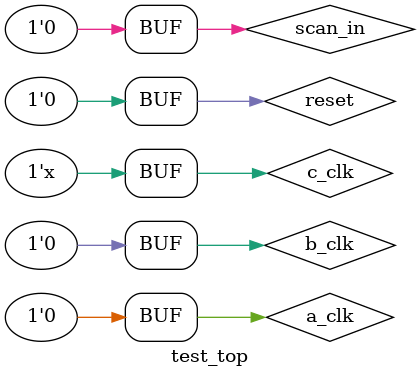
<source format=sv>


`include "interface.sv"


module test_top;
bit clk;
bit c_clk,a_clk,b_clk,scan_in,reset;

always #50
c_clk = !c_clk;

initial begin
	    a_clk = 0;
      b_clk = 0;
    //  c_clk = 0;
      scan_in = 0;
    end
	
	initial begin
    reset = 1;
    #350 reset =0;
  end
	

//connections
  
    inter_calc intf(c_clk,reset);		//interface ..connected interface with clock and reset signals.. and they are defined up
		test t1(intf);			//testbench.. we connected test block with interface.. and test block is the environment itselft
	  calc2_top calc2 (             // connecting the actualy DUT (CALC2) with the Interface
		 .out_data1(intf.out_data1), 
		.out_data2(intf.out_data2), 
		.out_data3(intf.out_data3), 
		.out_data4(intf.out_data4), 
		.out_resp1(intf.out_resp1), 
		.out_resp2(intf.out_resp2), 
		.out_resp3(intf.out_resp3), 
		.out_resp4(intf.out_resp4), 
		.out_tag1(intf.out_tag1),
.out_tag2(intf.out_tag2),
.out_tag3(intf.out_tag3),
.out_tag4(intf.out_tag4),		
		.scan_out(intf.scan_out), 
	.a_clk(intf.a_clk), 
		.b_clk(intf.b_clk), 
		.c_clk(intf.c_clk), 
		.req1_cmd_in(intf.req1_cmd_in), 
		.req1_data_in(intf.req1_data_in),
.req1_tag_in(intf.req1_tag_in),		
		.req2_cmd_in(intf.req2_cmd_in), 
		.req2_data_in(intf.req2_data_in),
.req2_tag_in(intf.req2_tag_in),		
		.req3_cmd_in(intf.req3_cmd_in), 
		.req3_data_in(intf.req3_data_in), 
		.req3_tag_in(intf.req3_tag_in),
		.req4_cmd_in(intf.req4_cmd_in), 
		.req4_data_in(intf.req4_data_in),
.req4_tag_in(intf.req4_tag_in),		
		.reset(intf.reset),
		.scan_in(intf.scan_in)
		);
		
		endmodule
		
		
</source>
